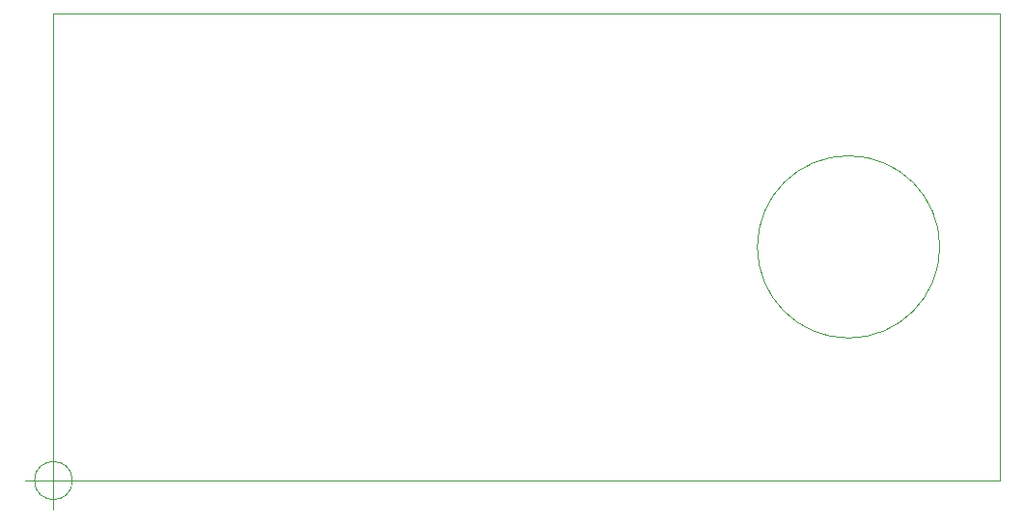
<source format=gbr>
G04 #@! TF.GenerationSoftware,KiCad,Pcbnew,6.0.6-2.fc35*
G04 #@! TF.CreationDate,2022-07-18T13:01:05+02:00*
G04 #@! TF.ProjectId,cw-amp-touch,63772d61-6d70-42d7-946f-7563682e6b69,rev?*
G04 #@! TF.SameCoordinates,Original*
G04 #@! TF.FileFunction,Profile,NP*
%FSLAX46Y46*%
G04 Gerber Fmt 4.6, Leading zero omitted, Abs format (unit mm)*
G04 Created by KiCad (PCBNEW 6.0.6-2.fc35) date 2022-07-18 13:01:05*
%MOMM*%
%LPD*%
G01*
G04 APERTURE LIST*
G04 #@! TA.AperFunction,Profile*
%ADD10C,0.100000*%
G04 #@! TD*
G04 APERTURE END LIST*
D10*
X207750000Y-100500000D02*
G75*
G03*
X207750000Y-100500000I-8000000J0D01*
G01*
X213000000Y-80000000D02*
X213000000Y-121000000D01*
X130000000Y-121000000D02*
X130000000Y-80000000D01*
X213000000Y-121000000D02*
X130000000Y-121000000D01*
X130000000Y-80000000D02*
X213000000Y-80000000D01*
X131666666Y-121000000D02*
G75*
G03*
X131666666Y-121000000I-1666666J0D01*
G01*
X127500000Y-121000000D02*
X132500000Y-121000000D01*
X130000000Y-118500000D02*
X130000000Y-123500000D01*
M02*

</source>
